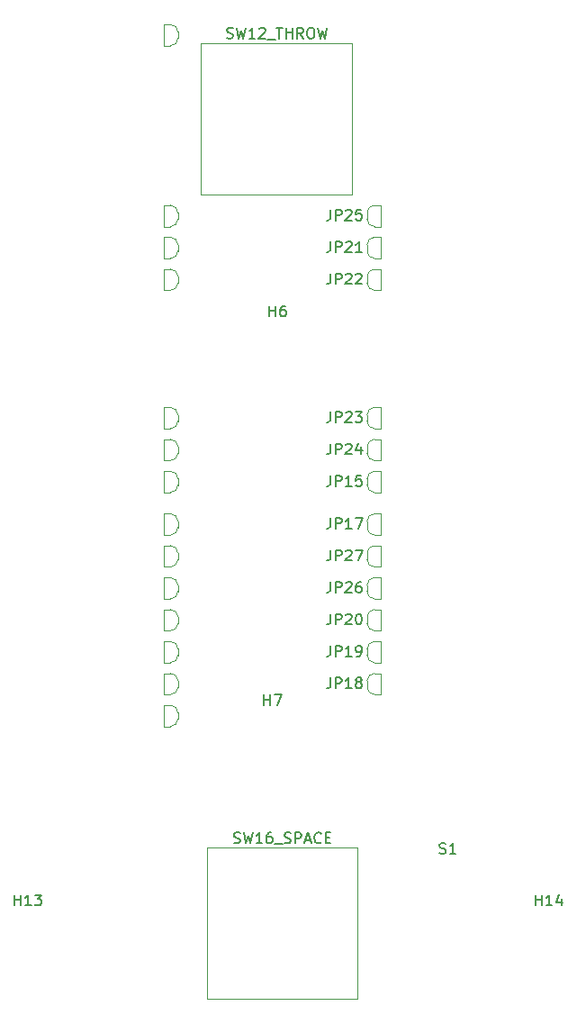
<source format=gbr>
%TF.GenerationSoftware,KiCad,Pcbnew,8.0.4*%
%TF.CreationDate,2024-07-29T14:44:41-07:00*%
%TF.ProjectId,3board_c,33626f61-7264-45f6-932e-6b696361645f,rev?*%
%TF.SameCoordinates,Original*%
%TF.FileFunction,Legend,Top*%
%TF.FilePolarity,Positive*%
%FSLAX46Y46*%
G04 Gerber Fmt 4.6, Leading zero omitted, Abs format (unit mm)*
G04 Created by KiCad (PCBNEW 8.0.4) date 2024-07-29 14:44:41*
%MOMM*%
%LPD*%
G01*
G04 APERTURE LIST*
G04 Aperture macros list*
%AMFreePoly0*
4,1,19,0.500000,-0.750000,0.000000,-0.750000,0.000000,-0.744911,-0.071157,-0.744911,-0.207708,-0.704816,-0.327430,-0.627875,-0.420627,-0.520320,-0.479746,-0.390866,-0.500000,-0.250000,-0.500000,0.250000,-0.479746,0.390866,-0.420627,0.520320,-0.327430,0.627875,-0.207708,0.704816,-0.071157,0.744911,0.000000,0.744911,0.000000,0.750000,0.500000,0.750000,0.500000,-0.750000,0.500000,-0.750000,
$1*%
%AMFreePoly1*
4,1,19,0.000000,0.744911,0.071157,0.744911,0.207708,0.704816,0.327430,0.627875,0.420627,0.520320,0.479746,0.390866,0.500000,0.250000,0.500000,-0.250000,0.479746,-0.390866,0.420627,-0.520320,0.327430,-0.627875,0.207708,-0.704816,0.071157,-0.744911,0.000000,-0.744911,0.000000,-0.750000,-0.500000,-0.750000,-0.500000,0.750000,0.000000,0.750000,0.000000,0.744911,0.000000,0.744911,
$1*%
G04 Aperture macros list end*
%ADD10C,0.150000*%
%ADD11C,0.120000*%
%ADD12C,0.100000*%
%ADD13C,3.200000*%
%ADD14FreePoly0,0.000000*%
%ADD15FreePoly1,0.000000*%
%ADD16C,3.048000*%
%ADD17C,3.987800*%
%ADD18C,1.750000*%
%ADD19C,3.050000*%
%ADD20C,4.000000*%
G04 APERTURE END LIST*
D10*
X172261905Y-103829819D02*
X172261905Y-102829819D01*
X172261905Y-103306009D02*
X172833333Y-103306009D01*
X172833333Y-103829819D02*
X172833333Y-102829819D01*
X173833333Y-103829819D02*
X173261905Y-103829819D01*
X173547619Y-103829819D02*
X173547619Y-102829819D01*
X173547619Y-102829819D02*
X173452381Y-102972676D01*
X173452381Y-102972676D02*
X173357143Y-103067914D01*
X173357143Y-103067914D02*
X173261905Y-103115533D01*
X174690476Y-103163152D02*
X174690476Y-103829819D01*
X174452381Y-102782200D02*
X174214286Y-103496485D01*
X174214286Y-103496485D02*
X174833333Y-103496485D01*
X123261905Y-103829819D02*
X123261905Y-102829819D01*
X123261905Y-103306009D02*
X123833333Y-103306009D01*
X123833333Y-103829819D02*
X123833333Y-102829819D01*
X124833333Y-103829819D02*
X124261905Y-103829819D01*
X124547619Y-103829819D02*
X124547619Y-102829819D01*
X124547619Y-102829819D02*
X124452381Y-102972676D01*
X124452381Y-102972676D02*
X124357143Y-103067914D01*
X124357143Y-103067914D02*
X124261905Y-103115533D01*
X125166667Y-102829819D02*
X125785714Y-102829819D01*
X125785714Y-102829819D02*
X125452381Y-103210771D01*
X125452381Y-103210771D02*
X125595238Y-103210771D01*
X125595238Y-103210771D02*
X125690476Y-103258390D01*
X125690476Y-103258390D02*
X125738095Y-103306009D01*
X125738095Y-103306009D02*
X125785714Y-103401247D01*
X125785714Y-103401247D02*
X125785714Y-103639342D01*
X125785714Y-103639342D02*
X125738095Y-103734580D01*
X125738095Y-103734580D02*
X125690476Y-103782200D01*
X125690476Y-103782200D02*
X125595238Y-103829819D01*
X125595238Y-103829819D02*
X125309524Y-103829819D01*
X125309524Y-103829819D02*
X125214286Y-103782200D01*
X125214286Y-103782200D02*
X125166667Y-103734580D01*
X152980476Y-73399819D02*
X152980476Y-74114104D01*
X152980476Y-74114104D02*
X152932857Y-74256961D01*
X152932857Y-74256961D02*
X152837619Y-74352200D01*
X152837619Y-74352200D02*
X152694762Y-74399819D01*
X152694762Y-74399819D02*
X152599524Y-74399819D01*
X153456667Y-74399819D02*
X153456667Y-73399819D01*
X153456667Y-73399819D02*
X153837619Y-73399819D01*
X153837619Y-73399819D02*
X153932857Y-73447438D01*
X153932857Y-73447438D02*
X153980476Y-73495057D01*
X153980476Y-73495057D02*
X154028095Y-73590295D01*
X154028095Y-73590295D02*
X154028095Y-73733152D01*
X154028095Y-73733152D02*
X153980476Y-73828390D01*
X153980476Y-73828390D02*
X153932857Y-73876009D01*
X153932857Y-73876009D02*
X153837619Y-73923628D01*
X153837619Y-73923628D02*
X153456667Y-73923628D01*
X154409048Y-73495057D02*
X154456667Y-73447438D01*
X154456667Y-73447438D02*
X154551905Y-73399819D01*
X154551905Y-73399819D02*
X154790000Y-73399819D01*
X154790000Y-73399819D02*
X154885238Y-73447438D01*
X154885238Y-73447438D02*
X154932857Y-73495057D01*
X154932857Y-73495057D02*
X154980476Y-73590295D01*
X154980476Y-73590295D02*
X154980476Y-73685533D01*
X154980476Y-73685533D02*
X154932857Y-73828390D01*
X154932857Y-73828390D02*
X154361429Y-74399819D01*
X154361429Y-74399819D02*
X154980476Y-74399819D01*
X155837619Y-73399819D02*
X155647143Y-73399819D01*
X155647143Y-73399819D02*
X155551905Y-73447438D01*
X155551905Y-73447438D02*
X155504286Y-73495057D01*
X155504286Y-73495057D02*
X155409048Y-73637914D01*
X155409048Y-73637914D02*
X155361429Y-73828390D01*
X155361429Y-73828390D02*
X155361429Y-74209342D01*
X155361429Y-74209342D02*
X155409048Y-74304580D01*
X155409048Y-74304580D02*
X155456667Y-74352200D01*
X155456667Y-74352200D02*
X155551905Y-74399819D01*
X155551905Y-74399819D02*
X155742381Y-74399819D01*
X155742381Y-74399819D02*
X155837619Y-74352200D01*
X155837619Y-74352200D02*
X155885238Y-74304580D01*
X155885238Y-74304580D02*
X155932857Y-74209342D01*
X155932857Y-74209342D02*
X155932857Y-73971247D01*
X155932857Y-73971247D02*
X155885238Y-73876009D01*
X155885238Y-73876009D02*
X155837619Y-73828390D01*
X155837619Y-73828390D02*
X155742381Y-73780771D01*
X155742381Y-73780771D02*
X155551905Y-73780771D01*
X155551905Y-73780771D02*
X155456667Y-73828390D01*
X155456667Y-73828390D02*
X155409048Y-73876009D01*
X155409048Y-73876009D02*
X155361429Y-73971247D01*
X147238095Y-48454819D02*
X147238095Y-47454819D01*
X147238095Y-47931009D02*
X147809523Y-47931009D01*
X147809523Y-48454819D02*
X147809523Y-47454819D01*
X148714285Y-47454819D02*
X148523809Y-47454819D01*
X148523809Y-47454819D02*
X148428571Y-47502438D01*
X148428571Y-47502438D02*
X148380952Y-47550057D01*
X148380952Y-47550057D02*
X148285714Y-47692914D01*
X148285714Y-47692914D02*
X148238095Y-47883390D01*
X148238095Y-47883390D02*
X148238095Y-48264342D01*
X148238095Y-48264342D02*
X148285714Y-48359580D01*
X148285714Y-48359580D02*
X148333333Y-48407200D01*
X148333333Y-48407200D02*
X148428571Y-48454819D01*
X148428571Y-48454819D02*
X148619047Y-48454819D01*
X148619047Y-48454819D02*
X148714285Y-48407200D01*
X148714285Y-48407200D02*
X148761904Y-48359580D01*
X148761904Y-48359580D02*
X148809523Y-48264342D01*
X148809523Y-48264342D02*
X148809523Y-48026247D01*
X148809523Y-48026247D02*
X148761904Y-47931009D01*
X148761904Y-47931009D02*
X148714285Y-47883390D01*
X148714285Y-47883390D02*
X148619047Y-47835771D01*
X148619047Y-47835771D02*
X148428571Y-47835771D01*
X148428571Y-47835771D02*
X148333333Y-47883390D01*
X148333333Y-47883390D02*
X148285714Y-47931009D01*
X148285714Y-47931009D02*
X148238095Y-48026247D01*
X152980476Y-82399819D02*
X152980476Y-83114104D01*
X152980476Y-83114104D02*
X152932857Y-83256961D01*
X152932857Y-83256961D02*
X152837619Y-83352200D01*
X152837619Y-83352200D02*
X152694762Y-83399819D01*
X152694762Y-83399819D02*
X152599524Y-83399819D01*
X153456667Y-83399819D02*
X153456667Y-82399819D01*
X153456667Y-82399819D02*
X153837619Y-82399819D01*
X153837619Y-82399819D02*
X153932857Y-82447438D01*
X153932857Y-82447438D02*
X153980476Y-82495057D01*
X153980476Y-82495057D02*
X154028095Y-82590295D01*
X154028095Y-82590295D02*
X154028095Y-82733152D01*
X154028095Y-82733152D02*
X153980476Y-82828390D01*
X153980476Y-82828390D02*
X153932857Y-82876009D01*
X153932857Y-82876009D02*
X153837619Y-82923628D01*
X153837619Y-82923628D02*
X153456667Y-82923628D01*
X154980476Y-83399819D02*
X154409048Y-83399819D01*
X154694762Y-83399819D02*
X154694762Y-82399819D01*
X154694762Y-82399819D02*
X154599524Y-82542676D01*
X154599524Y-82542676D02*
X154504286Y-82637914D01*
X154504286Y-82637914D02*
X154409048Y-82685533D01*
X155551905Y-82828390D02*
X155456667Y-82780771D01*
X155456667Y-82780771D02*
X155409048Y-82733152D01*
X155409048Y-82733152D02*
X155361429Y-82637914D01*
X155361429Y-82637914D02*
X155361429Y-82590295D01*
X155361429Y-82590295D02*
X155409048Y-82495057D01*
X155409048Y-82495057D02*
X155456667Y-82447438D01*
X155456667Y-82447438D02*
X155551905Y-82399819D01*
X155551905Y-82399819D02*
X155742381Y-82399819D01*
X155742381Y-82399819D02*
X155837619Y-82447438D01*
X155837619Y-82447438D02*
X155885238Y-82495057D01*
X155885238Y-82495057D02*
X155932857Y-82590295D01*
X155932857Y-82590295D02*
X155932857Y-82637914D01*
X155932857Y-82637914D02*
X155885238Y-82733152D01*
X155885238Y-82733152D02*
X155837619Y-82780771D01*
X155837619Y-82780771D02*
X155742381Y-82828390D01*
X155742381Y-82828390D02*
X155551905Y-82828390D01*
X155551905Y-82828390D02*
X155456667Y-82876009D01*
X155456667Y-82876009D02*
X155409048Y-82923628D01*
X155409048Y-82923628D02*
X155361429Y-83018866D01*
X155361429Y-83018866D02*
X155361429Y-83209342D01*
X155361429Y-83209342D02*
X155409048Y-83304580D01*
X155409048Y-83304580D02*
X155456667Y-83352200D01*
X155456667Y-83352200D02*
X155551905Y-83399819D01*
X155551905Y-83399819D02*
X155742381Y-83399819D01*
X155742381Y-83399819D02*
X155837619Y-83352200D01*
X155837619Y-83352200D02*
X155885238Y-83304580D01*
X155885238Y-83304580D02*
X155932857Y-83209342D01*
X155932857Y-83209342D02*
X155932857Y-83018866D01*
X155932857Y-83018866D02*
X155885238Y-82923628D01*
X155885238Y-82923628D02*
X155837619Y-82876009D01*
X155837619Y-82876009D02*
X155742381Y-82828390D01*
X152980476Y-44399819D02*
X152980476Y-45114104D01*
X152980476Y-45114104D02*
X152932857Y-45256961D01*
X152932857Y-45256961D02*
X152837619Y-45352200D01*
X152837619Y-45352200D02*
X152694762Y-45399819D01*
X152694762Y-45399819D02*
X152599524Y-45399819D01*
X153456667Y-45399819D02*
X153456667Y-44399819D01*
X153456667Y-44399819D02*
X153837619Y-44399819D01*
X153837619Y-44399819D02*
X153932857Y-44447438D01*
X153932857Y-44447438D02*
X153980476Y-44495057D01*
X153980476Y-44495057D02*
X154028095Y-44590295D01*
X154028095Y-44590295D02*
X154028095Y-44733152D01*
X154028095Y-44733152D02*
X153980476Y-44828390D01*
X153980476Y-44828390D02*
X153932857Y-44876009D01*
X153932857Y-44876009D02*
X153837619Y-44923628D01*
X153837619Y-44923628D02*
X153456667Y-44923628D01*
X154409048Y-44495057D02*
X154456667Y-44447438D01*
X154456667Y-44447438D02*
X154551905Y-44399819D01*
X154551905Y-44399819D02*
X154790000Y-44399819D01*
X154790000Y-44399819D02*
X154885238Y-44447438D01*
X154885238Y-44447438D02*
X154932857Y-44495057D01*
X154932857Y-44495057D02*
X154980476Y-44590295D01*
X154980476Y-44590295D02*
X154980476Y-44685533D01*
X154980476Y-44685533D02*
X154932857Y-44828390D01*
X154932857Y-44828390D02*
X154361429Y-45399819D01*
X154361429Y-45399819D02*
X154980476Y-45399819D01*
X155361429Y-44495057D02*
X155409048Y-44447438D01*
X155409048Y-44447438D02*
X155504286Y-44399819D01*
X155504286Y-44399819D02*
X155742381Y-44399819D01*
X155742381Y-44399819D02*
X155837619Y-44447438D01*
X155837619Y-44447438D02*
X155885238Y-44495057D01*
X155885238Y-44495057D02*
X155932857Y-44590295D01*
X155932857Y-44590295D02*
X155932857Y-44685533D01*
X155932857Y-44685533D02*
X155885238Y-44828390D01*
X155885238Y-44828390D02*
X155313810Y-45399819D01*
X155313810Y-45399819D02*
X155932857Y-45399819D01*
X152980476Y-38399819D02*
X152980476Y-39114104D01*
X152980476Y-39114104D02*
X152932857Y-39256961D01*
X152932857Y-39256961D02*
X152837619Y-39352200D01*
X152837619Y-39352200D02*
X152694762Y-39399819D01*
X152694762Y-39399819D02*
X152599524Y-39399819D01*
X153456667Y-39399819D02*
X153456667Y-38399819D01*
X153456667Y-38399819D02*
X153837619Y-38399819D01*
X153837619Y-38399819D02*
X153932857Y-38447438D01*
X153932857Y-38447438D02*
X153980476Y-38495057D01*
X153980476Y-38495057D02*
X154028095Y-38590295D01*
X154028095Y-38590295D02*
X154028095Y-38733152D01*
X154028095Y-38733152D02*
X153980476Y-38828390D01*
X153980476Y-38828390D02*
X153932857Y-38876009D01*
X153932857Y-38876009D02*
X153837619Y-38923628D01*
X153837619Y-38923628D02*
X153456667Y-38923628D01*
X154409048Y-38495057D02*
X154456667Y-38447438D01*
X154456667Y-38447438D02*
X154551905Y-38399819D01*
X154551905Y-38399819D02*
X154790000Y-38399819D01*
X154790000Y-38399819D02*
X154885238Y-38447438D01*
X154885238Y-38447438D02*
X154932857Y-38495057D01*
X154932857Y-38495057D02*
X154980476Y-38590295D01*
X154980476Y-38590295D02*
X154980476Y-38685533D01*
X154980476Y-38685533D02*
X154932857Y-38828390D01*
X154932857Y-38828390D02*
X154361429Y-39399819D01*
X154361429Y-39399819D02*
X154980476Y-39399819D01*
X155885238Y-38399819D02*
X155409048Y-38399819D01*
X155409048Y-38399819D02*
X155361429Y-38876009D01*
X155361429Y-38876009D02*
X155409048Y-38828390D01*
X155409048Y-38828390D02*
X155504286Y-38780771D01*
X155504286Y-38780771D02*
X155742381Y-38780771D01*
X155742381Y-38780771D02*
X155837619Y-38828390D01*
X155837619Y-38828390D02*
X155885238Y-38876009D01*
X155885238Y-38876009D02*
X155932857Y-38971247D01*
X155932857Y-38971247D02*
X155932857Y-39209342D01*
X155932857Y-39209342D02*
X155885238Y-39304580D01*
X155885238Y-39304580D02*
X155837619Y-39352200D01*
X155837619Y-39352200D02*
X155742381Y-39399819D01*
X155742381Y-39399819D02*
X155504286Y-39399819D01*
X155504286Y-39399819D02*
X155409048Y-39352200D01*
X155409048Y-39352200D02*
X155361429Y-39304580D01*
X163238095Y-98907200D02*
X163380952Y-98954819D01*
X163380952Y-98954819D02*
X163619047Y-98954819D01*
X163619047Y-98954819D02*
X163714285Y-98907200D01*
X163714285Y-98907200D02*
X163761904Y-98859580D01*
X163761904Y-98859580D02*
X163809523Y-98764342D01*
X163809523Y-98764342D02*
X163809523Y-98669104D01*
X163809523Y-98669104D02*
X163761904Y-98573866D01*
X163761904Y-98573866D02*
X163714285Y-98526247D01*
X163714285Y-98526247D02*
X163619047Y-98478628D01*
X163619047Y-98478628D02*
X163428571Y-98431009D01*
X163428571Y-98431009D02*
X163333333Y-98383390D01*
X163333333Y-98383390D02*
X163285714Y-98335771D01*
X163285714Y-98335771D02*
X163238095Y-98240533D01*
X163238095Y-98240533D02*
X163238095Y-98145295D01*
X163238095Y-98145295D02*
X163285714Y-98050057D01*
X163285714Y-98050057D02*
X163333333Y-98002438D01*
X163333333Y-98002438D02*
X163428571Y-97954819D01*
X163428571Y-97954819D02*
X163666666Y-97954819D01*
X163666666Y-97954819D02*
X163809523Y-98002438D01*
X164761904Y-98954819D02*
X164190476Y-98954819D01*
X164476190Y-98954819D02*
X164476190Y-97954819D01*
X164476190Y-97954819D02*
X164380952Y-98097676D01*
X164380952Y-98097676D02*
X164285714Y-98192914D01*
X164285714Y-98192914D02*
X164190476Y-98240533D01*
X146738095Y-85004819D02*
X146738095Y-84004819D01*
X146738095Y-84481009D02*
X147309523Y-84481009D01*
X147309523Y-85004819D02*
X147309523Y-84004819D01*
X147690476Y-84004819D02*
X148357142Y-84004819D01*
X148357142Y-84004819D02*
X147928571Y-85004819D01*
X152980476Y-41399819D02*
X152980476Y-42114104D01*
X152980476Y-42114104D02*
X152932857Y-42256961D01*
X152932857Y-42256961D02*
X152837619Y-42352200D01*
X152837619Y-42352200D02*
X152694762Y-42399819D01*
X152694762Y-42399819D02*
X152599524Y-42399819D01*
X153456667Y-42399819D02*
X153456667Y-41399819D01*
X153456667Y-41399819D02*
X153837619Y-41399819D01*
X153837619Y-41399819D02*
X153932857Y-41447438D01*
X153932857Y-41447438D02*
X153980476Y-41495057D01*
X153980476Y-41495057D02*
X154028095Y-41590295D01*
X154028095Y-41590295D02*
X154028095Y-41733152D01*
X154028095Y-41733152D02*
X153980476Y-41828390D01*
X153980476Y-41828390D02*
X153932857Y-41876009D01*
X153932857Y-41876009D02*
X153837619Y-41923628D01*
X153837619Y-41923628D02*
X153456667Y-41923628D01*
X154409048Y-41495057D02*
X154456667Y-41447438D01*
X154456667Y-41447438D02*
X154551905Y-41399819D01*
X154551905Y-41399819D02*
X154790000Y-41399819D01*
X154790000Y-41399819D02*
X154885238Y-41447438D01*
X154885238Y-41447438D02*
X154932857Y-41495057D01*
X154932857Y-41495057D02*
X154980476Y-41590295D01*
X154980476Y-41590295D02*
X154980476Y-41685533D01*
X154980476Y-41685533D02*
X154932857Y-41828390D01*
X154932857Y-41828390D02*
X154361429Y-42399819D01*
X154361429Y-42399819D02*
X154980476Y-42399819D01*
X155932857Y-42399819D02*
X155361429Y-42399819D01*
X155647143Y-42399819D02*
X155647143Y-41399819D01*
X155647143Y-41399819D02*
X155551905Y-41542676D01*
X155551905Y-41542676D02*
X155456667Y-41637914D01*
X155456667Y-41637914D02*
X155361429Y-41685533D01*
X143225430Y-22261324D02*
X143368287Y-22308943D01*
X143368287Y-22308943D02*
X143606382Y-22308943D01*
X143606382Y-22308943D02*
X143701620Y-22261324D01*
X143701620Y-22261324D02*
X143749239Y-22213704D01*
X143749239Y-22213704D02*
X143796858Y-22118466D01*
X143796858Y-22118466D02*
X143796858Y-22023228D01*
X143796858Y-22023228D02*
X143749239Y-21927990D01*
X143749239Y-21927990D02*
X143701620Y-21880371D01*
X143701620Y-21880371D02*
X143606382Y-21832752D01*
X143606382Y-21832752D02*
X143415906Y-21785133D01*
X143415906Y-21785133D02*
X143320668Y-21737514D01*
X143320668Y-21737514D02*
X143273049Y-21689895D01*
X143273049Y-21689895D02*
X143225430Y-21594657D01*
X143225430Y-21594657D02*
X143225430Y-21499419D01*
X143225430Y-21499419D02*
X143273049Y-21404181D01*
X143273049Y-21404181D02*
X143320668Y-21356562D01*
X143320668Y-21356562D02*
X143415906Y-21308943D01*
X143415906Y-21308943D02*
X143654001Y-21308943D01*
X143654001Y-21308943D02*
X143796858Y-21356562D01*
X144130192Y-21308943D02*
X144368287Y-22308943D01*
X144368287Y-22308943D02*
X144558763Y-21594657D01*
X144558763Y-21594657D02*
X144749239Y-22308943D01*
X144749239Y-22308943D02*
X144987335Y-21308943D01*
X145892096Y-22308943D02*
X145320668Y-22308943D01*
X145606382Y-22308943D02*
X145606382Y-21308943D01*
X145606382Y-21308943D02*
X145511144Y-21451800D01*
X145511144Y-21451800D02*
X145415906Y-21547038D01*
X145415906Y-21547038D02*
X145320668Y-21594657D01*
X146273049Y-21404181D02*
X146320668Y-21356562D01*
X146320668Y-21356562D02*
X146415906Y-21308943D01*
X146415906Y-21308943D02*
X146654001Y-21308943D01*
X146654001Y-21308943D02*
X146749239Y-21356562D01*
X146749239Y-21356562D02*
X146796858Y-21404181D01*
X146796858Y-21404181D02*
X146844477Y-21499419D01*
X146844477Y-21499419D02*
X146844477Y-21594657D01*
X146844477Y-21594657D02*
X146796858Y-21737514D01*
X146796858Y-21737514D02*
X146225430Y-22308943D01*
X146225430Y-22308943D02*
X146844477Y-22308943D01*
X147034954Y-22404181D02*
X147796858Y-22404181D01*
X147892097Y-21308943D02*
X148463525Y-21308943D01*
X148177811Y-22308943D02*
X148177811Y-21308943D01*
X148796859Y-22308943D02*
X148796859Y-21308943D01*
X148796859Y-21785133D02*
X149368287Y-21785133D01*
X149368287Y-22308943D02*
X149368287Y-21308943D01*
X150415906Y-22308943D02*
X150082573Y-21832752D01*
X149844478Y-22308943D02*
X149844478Y-21308943D01*
X149844478Y-21308943D02*
X150225430Y-21308943D01*
X150225430Y-21308943D02*
X150320668Y-21356562D01*
X150320668Y-21356562D02*
X150368287Y-21404181D01*
X150368287Y-21404181D02*
X150415906Y-21499419D01*
X150415906Y-21499419D02*
X150415906Y-21642276D01*
X150415906Y-21642276D02*
X150368287Y-21737514D01*
X150368287Y-21737514D02*
X150320668Y-21785133D01*
X150320668Y-21785133D02*
X150225430Y-21832752D01*
X150225430Y-21832752D02*
X149844478Y-21832752D01*
X151034954Y-21308943D02*
X151225430Y-21308943D01*
X151225430Y-21308943D02*
X151320668Y-21356562D01*
X151320668Y-21356562D02*
X151415906Y-21451800D01*
X151415906Y-21451800D02*
X151463525Y-21642276D01*
X151463525Y-21642276D02*
X151463525Y-21975609D01*
X151463525Y-21975609D02*
X151415906Y-22166085D01*
X151415906Y-22166085D02*
X151320668Y-22261324D01*
X151320668Y-22261324D02*
X151225430Y-22308943D01*
X151225430Y-22308943D02*
X151034954Y-22308943D01*
X151034954Y-22308943D02*
X150939716Y-22261324D01*
X150939716Y-22261324D02*
X150844478Y-22166085D01*
X150844478Y-22166085D02*
X150796859Y-21975609D01*
X150796859Y-21975609D02*
X150796859Y-21642276D01*
X150796859Y-21642276D02*
X150844478Y-21451800D01*
X150844478Y-21451800D02*
X150939716Y-21356562D01*
X150939716Y-21356562D02*
X151034954Y-21308943D01*
X151796859Y-21308943D02*
X152034954Y-22308943D01*
X152034954Y-22308943D02*
X152225430Y-21594657D01*
X152225430Y-21594657D02*
X152415906Y-22308943D01*
X152415906Y-22308943D02*
X152654002Y-21308943D01*
X152980476Y-76399819D02*
X152980476Y-77114104D01*
X152980476Y-77114104D02*
X152932857Y-77256961D01*
X152932857Y-77256961D02*
X152837619Y-77352200D01*
X152837619Y-77352200D02*
X152694762Y-77399819D01*
X152694762Y-77399819D02*
X152599524Y-77399819D01*
X153456667Y-77399819D02*
X153456667Y-76399819D01*
X153456667Y-76399819D02*
X153837619Y-76399819D01*
X153837619Y-76399819D02*
X153932857Y-76447438D01*
X153932857Y-76447438D02*
X153980476Y-76495057D01*
X153980476Y-76495057D02*
X154028095Y-76590295D01*
X154028095Y-76590295D02*
X154028095Y-76733152D01*
X154028095Y-76733152D02*
X153980476Y-76828390D01*
X153980476Y-76828390D02*
X153932857Y-76876009D01*
X153932857Y-76876009D02*
X153837619Y-76923628D01*
X153837619Y-76923628D02*
X153456667Y-76923628D01*
X154409048Y-76495057D02*
X154456667Y-76447438D01*
X154456667Y-76447438D02*
X154551905Y-76399819D01*
X154551905Y-76399819D02*
X154790000Y-76399819D01*
X154790000Y-76399819D02*
X154885238Y-76447438D01*
X154885238Y-76447438D02*
X154932857Y-76495057D01*
X154932857Y-76495057D02*
X154980476Y-76590295D01*
X154980476Y-76590295D02*
X154980476Y-76685533D01*
X154980476Y-76685533D02*
X154932857Y-76828390D01*
X154932857Y-76828390D02*
X154361429Y-77399819D01*
X154361429Y-77399819D02*
X154980476Y-77399819D01*
X155599524Y-76399819D02*
X155694762Y-76399819D01*
X155694762Y-76399819D02*
X155790000Y-76447438D01*
X155790000Y-76447438D02*
X155837619Y-76495057D01*
X155837619Y-76495057D02*
X155885238Y-76590295D01*
X155885238Y-76590295D02*
X155932857Y-76780771D01*
X155932857Y-76780771D02*
X155932857Y-77018866D01*
X155932857Y-77018866D02*
X155885238Y-77209342D01*
X155885238Y-77209342D02*
X155837619Y-77304580D01*
X155837619Y-77304580D02*
X155790000Y-77352200D01*
X155790000Y-77352200D02*
X155694762Y-77399819D01*
X155694762Y-77399819D02*
X155599524Y-77399819D01*
X155599524Y-77399819D02*
X155504286Y-77352200D01*
X155504286Y-77352200D02*
X155456667Y-77304580D01*
X155456667Y-77304580D02*
X155409048Y-77209342D01*
X155409048Y-77209342D02*
X155361429Y-77018866D01*
X155361429Y-77018866D02*
X155361429Y-76780771D01*
X155361429Y-76780771D02*
X155409048Y-76590295D01*
X155409048Y-76590295D02*
X155456667Y-76495057D01*
X155456667Y-76495057D02*
X155504286Y-76447438D01*
X155504286Y-76447438D02*
X155599524Y-76399819D01*
X152980476Y-79399819D02*
X152980476Y-80114104D01*
X152980476Y-80114104D02*
X152932857Y-80256961D01*
X152932857Y-80256961D02*
X152837619Y-80352200D01*
X152837619Y-80352200D02*
X152694762Y-80399819D01*
X152694762Y-80399819D02*
X152599524Y-80399819D01*
X153456667Y-80399819D02*
X153456667Y-79399819D01*
X153456667Y-79399819D02*
X153837619Y-79399819D01*
X153837619Y-79399819D02*
X153932857Y-79447438D01*
X153932857Y-79447438D02*
X153980476Y-79495057D01*
X153980476Y-79495057D02*
X154028095Y-79590295D01*
X154028095Y-79590295D02*
X154028095Y-79733152D01*
X154028095Y-79733152D02*
X153980476Y-79828390D01*
X153980476Y-79828390D02*
X153932857Y-79876009D01*
X153932857Y-79876009D02*
X153837619Y-79923628D01*
X153837619Y-79923628D02*
X153456667Y-79923628D01*
X154980476Y-80399819D02*
X154409048Y-80399819D01*
X154694762Y-80399819D02*
X154694762Y-79399819D01*
X154694762Y-79399819D02*
X154599524Y-79542676D01*
X154599524Y-79542676D02*
X154504286Y-79637914D01*
X154504286Y-79637914D02*
X154409048Y-79685533D01*
X155456667Y-80399819D02*
X155647143Y-80399819D01*
X155647143Y-80399819D02*
X155742381Y-80352200D01*
X155742381Y-80352200D02*
X155790000Y-80304580D01*
X155790000Y-80304580D02*
X155885238Y-80161723D01*
X155885238Y-80161723D02*
X155932857Y-79971247D01*
X155932857Y-79971247D02*
X155932857Y-79590295D01*
X155932857Y-79590295D02*
X155885238Y-79495057D01*
X155885238Y-79495057D02*
X155837619Y-79447438D01*
X155837619Y-79447438D02*
X155742381Y-79399819D01*
X155742381Y-79399819D02*
X155551905Y-79399819D01*
X155551905Y-79399819D02*
X155456667Y-79447438D01*
X155456667Y-79447438D02*
X155409048Y-79495057D01*
X155409048Y-79495057D02*
X155361429Y-79590295D01*
X155361429Y-79590295D02*
X155361429Y-79828390D01*
X155361429Y-79828390D02*
X155409048Y-79923628D01*
X155409048Y-79923628D02*
X155456667Y-79971247D01*
X155456667Y-79971247D02*
X155551905Y-80018866D01*
X155551905Y-80018866D02*
X155742381Y-80018866D01*
X155742381Y-80018866D02*
X155837619Y-79971247D01*
X155837619Y-79971247D02*
X155885238Y-79923628D01*
X155885238Y-79923628D02*
X155932857Y-79828390D01*
X152980476Y-57399819D02*
X152980476Y-58114104D01*
X152980476Y-58114104D02*
X152932857Y-58256961D01*
X152932857Y-58256961D02*
X152837619Y-58352200D01*
X152837619Y-58352200D02*
X152694762Y-58399819D01*
X152694762Y-58399819D02*
X152599524Y-58399819D01*
X153456667Y-58399819D02*
X153456667Y-57399819D01*
X153456667Y-57399819D02*
X153837619Y-57399819D01*
X153837619Y-57399819D02*
X153932857Y-57447438D01*
X153932857Y-57447438D02*
X153980476Y-57495057D01*
X153980476Y-57495057D02*
X154028095Y-57590295D01*
X154028095Y-57590295D02*
X154028095Y-57733152D01*
X154028095Y-57733152D02*
X153980476Y-57828390D01*
X153980476Y-57828390D02*
X153932857Y-57876009D01*
X153932857Y-57876009D02*
X153837619Y-57923628D01*
X153837619Y-57923628D02*
X153456667Y-57923628D01*
X154409048Y-57495057D02*
X154456667Y-57447438D01*
X154456667Y-57447438D02*
X154551905Y-57399819D01*
X154551905Y-57399819D02*
X154790000Y-57399819D01*
X154790000Y-57399819D02*
X154885238Y-57447438D01*
X154885238Y-57447438D02*
X154932857Y-57495057D01*
X154932857Y-57495057D02*
X154980476Y-57590295D01*
X154980476Y-57590295D02*
X154980476Y-57685533D01*
X154980476Y-57685533D02*
X154932857Y-57828390D01*
X154932857Y-57828390D02*
X154361429Y-58399819D01*
X154361429Y-58399819D02*
X154980476Y-58399819D01*
X155313810Y-57399819D02*
X155932857Y-57399819D01*
X155932857Y-57399819D02*
X155599524Y-57780771D01*
X155599524Y-57780771D02*
X155742381Y-57780771D01*
X155742381Y-57780771D02*
X155837619Y-57828390D01*
X155837619Y-57828390D02*
X155885238Y-57876009D01*
X155885238Y-57876009D02*
X155932857Y-57971247D01*
X155932857Y-57971247D02*
X155932857Y-58209342D01*
X155932857Y-58209342D02*
X155885238Y-58304580D01*
X155885238Y-58304580D02*
X155837619Y-58352200D01*
X155837619Y-58352200D02*
X155742381Y-58399819D01*
X155742381Y-58399819D02*
X155456667Y-58399819D01*
X155456667Y-58399819D02*
X155361429Y-58352200D01*
X155361429Y-58352200D02*
X155313810Y-58304580D01*
X152980476Y-70399819D02*
X152980476Y-71114104D01*
X152980476Y-71114104D02*
X152932857Y-71256961D01*
X152932857Y-71256961D02*
X152837619Y-71352200D01*
X152837619Y-71352200D02*
X152694762Y-71399819D01*
X152694762Y-71399819D02*
X152599524Y-71399819D01*
X153456667Y-71399819D02*
X153456667Y-70399819D01*
X153456667Y-70399819D02*
X153837619Y-70399819D01*
X153837619Y-70399819D02*
X153932857Y-70447438D01*
X153932857Y-70447438D02*
X153980476Y-70495057D01*
X153980476Y-70495057D02*
X154028095Y-70590295D01*
X154028095Y-70590295D02*
X154028095Y-70733152D01*
X154028095Y-70733152D02*
X153980476Y-70828390D01*
X153980476Y-70828390D02*
X153932857Y-70876009D01*
X153932857Y-70876009D02*
X153837619Y-70923628D01*
X153837619Y-70923628D02*
X153456667Y-70923628D01*
X154409048Y-70495057D02*
X154456667Y-70447438D01*
X154456667Y-70447438D02*
X154551905Y-70399819D01*
X154551905Y-70399819D02*
X154790000Y-70399819D01*
X154790000Y-70399819D02*
X154885238Y-70447438D01*
X154885238Y-70447438D02*
X154932857Y-70495057D01*
X154932857Y-70495057D02*
X154980476Y-70590295D01*
X154980476Y-70590295D02*
X154980476Y-70685533D01*
X154980476Y-70685533D02*
X154932857Y-70828390D01*
X154932857Y-70828390D02*
X154361429Y-71399819D01*
X154361429Y-71399819D02*
X154980476Y-71399819D01*
X155313810Y-70399819D02*
X155980476Y-70399819D01*
X155980476Y-70399819D02*
X155551905Y-71399819D01*
X152980476Y-67399819D02*
X152980476Y-68114104D01*
X152980476Y-68114104D02*
X152932857Y-68256961D01*
X152932857Y-68256961D02*
X152837619Y-68352200D01*
X152837619Y-68352200D02*
X152694762Y-68399819D01*
X152694762Y-68399819D02*
X152599524Y-68399819D01*
X153456667Y-68399819D02*
X153456667Y-67399819D01*
X153456667Y-67399819D02*
X153837619Y-67399819D01*
X153837619Y-67399819D02*
X153932857Y-67447438D01*
X153932857Y-67447438D02*
X153980476Y-67495057D01*
X153980476Y-67495057D02*
X154028095Y-67590295D01*
X154028095Y-67590295D02*
X154028095Y-67733152D01*
X154028095Y-67733152D02*
X153980476Y-67828390D01*
X153980476Y-67828390D02*
X153932857Y-67876009D01*
X153932857Y-67876009D02*
X153837619Y-67923628D01*
X153837619Y-67923628D02*
X153456667Y-67923628D01*
X154980476Y-68399819D02*
X154409048Y-68399819D01*
X154694762Y-68399819D02*
X154694762Y-67399819D01*
X154694762Y-67399819D02*
X154599524Y-67542676D01*
X154599524Y-67542676D02*
X154504286Y-67637914D01*
X154504286Y-67637914D02*
X154409048Y-67685533D01*
X155313810Y-67399819D02*
X155980476Y-67399819D01*
X155980476Y-67399819D02*
X155551905Y-68399819D01*
X152980476Y-63399819D02*
X152980476Y-64114104D01*
X152980476Y-64114104D02*
X152932857Y-64256961D01*
X152932857Y-64256961D02*
X152837619Y-64352200D01*
X152837619Y-64352200D02*
X152694762Y-64399819D01*
X152694762Y-64399819D02*
X152599524Y-64399819D01*
X153456667Y-64399819D02*
X153456667Y-63399819D01*
X153456667Y-63399819D02*
X153837619Y-63399819D01*
X153837619Y-63399819D02*
X153932857Y-63447438D01*
X153932857Y-63447438D02*
X153980476Y-63495057D01*
X153980476Y-63495057D02*
X154028095Y-63590295D01*
X154028095Y-63590295D02*
X154028095Y-63733152D01*
X154028095Y-63733152D02*
X153980476Y-63828390D01*
X153980476Y-63828390D02*
X153932857Y-63876009D01*
X153932857Y-63876009D02*
X153837619Y-63923628D01*
X153837619Y-63923628D02*
X153456667Y-63923628D01*
X154980476Y-64399819D02*
X154409048Y-64399819D01*
X154694762Y-64399819D02*
X154694762Y-63399819D01*
X154694762Y-63399819D02*
X154599524Y-63542676D01*
X154599524Y-63542676D02*
X154504286Y-63637914D01*
X154504286Y-63637914D02*
X154409048Y-63685533D01*
X155885238Y-63399819D02*
X155409048Y-63399819D01*
X155409048Y-63399819D02*
X155361429Y-63876009D01*
X155361429Y-63876009D02*
X155409048Y-63828390D01*
X155409048Y-63828390D02*
X155504286Y-63780771D01*
X155504286Y-63780771D02*
X155742381Y-63780771D01*
X155742381Y-63780771D02*
X155837619Y-63828390D01*
X155837619Y-63828390D02*
X155885238Y-63876009D01*
X155885238Y-63876009D02*
X155932857Y-63971247D01*
X155932857Y-63971247D02*
X155932857Y-64209342D01*
X155932857Y-64209342D02*
X155885238Y-64304580D01*
X155885238Y-64304580D02*
X155837619Y-64352200D01*
X155837619Y-64352200D02*
X155742381Y-64399819D01*
X155742381Y-64399819D02*
X155504286Y-64399819D01*
X155504286Y-64399819D02*
X155409048Y-64352200D01*
X155409048Y-64352200D02*
X155361429Y-64304580D01*
X152980476Y-60399819D02*
X152980476Y-61114104D01*
X152980476Y-61114104D02*
X152932857Y-61256961D01*
X152932857Y-61256961D02*
X152837619Y-61352200D01*
X152837619Y-61352200D02*
X152694762Y-61399819D01*
X152694762Y-61399819D02*
X152599524Y-61399819D01*
X153456667Y-61399819D02*
X153456667Y-60399819D01*
X153456667Y-60399819D02*
X153837619Y-60399819D01*
X153837619Y-60399819D02*
X153932857Y-60447438D01*
X153932857Y-60447438D02*
X153980476Y-60495057D01*
X153980476Y-60495057D02*
X154028095Y-60590295D01*
X154028095Y-60590295D02*
X154028095Y-60733152D01*
X154028095Y-60733152D02*
X153980476Y-60828390D01*
X153980476Y-60828390D02*
X153932857Y-60876009D01*
X153932857Y-60876009D02*
X153837619Y-60923628D01*
X153837619Y-60923628D02*
X153456667Y-60923628D01*
X154409048Y-60495057D02*
X154456667Y-60447438D01*
X154456667Y-60447438D02*
X154551905Y-60399819D01*
X154551905Y-60399819D02*
X154790000Y-60399819D01*
X154790000Y-60399819D02*
X154885238Y-60447438D01*
X154885238Y-60447438D02*
X154932857Y-60495057D01*
X154932857Y-60495057D02*
X154980476Y-60590295D01*
X154980476Y-60590295D02*
X154980476Y-60685533D01*
X154980476Y-60685533D02*
X154932857Y-60828390D01*
X154932857Y-60828390D02*
X154361429Y-61399819D01*
X154361429Y-61399819D02*
X154980476Y-61399819D01*
X155837619Y-60733152D02*
X155837619Y-61399819D01*
X155599524Y-60352200D02*
X155361429Y-61066485D01*
X155361429Y-61066485D02*
X155980476Y-61066485D01*
X143892381Y-97917200D02*
X144035238Y-97964819D01*
X144035238Y-97964819D02*
X144273333Y-97964819D01*
X144273333Y-97964819D02*
X144368571Y-97917200D01*
X144368571Y-97917200D02*
X144416190Y-97869580D01*
X144416190Y-97869580D02*
X144463809Y-97774342D01*
X144463809Y-97774342D02*
X144463809Y-97679104D01*
X144463809Y-97679104D02*
X144416190Y-97583866D01*
X144416190Y-97583866D02*
X144368571Y-97536247D01*
X144368571Y-97536247D02*
X144273333Y-97488628D01*
X144273333Y-97488628D02*
X144082857Y-97441009D01*
X144082857Y-97441009D02*
X143987619Y-97393390D01*
X143987619Y-97393390D02*
X143940000Y-97345771D01*
X143940000Y-97345771D02*
X143892381Y-97250533D01*
X143892381Y-97250533D02*
X143892381Y-97155295D01*
X143892381Y-97155295D02*
X143940000Y-97060057D01*
X143940000Y-97060057D02*
X143987619Y-97012438D01*
X143987619Y-97012438D02*
X144082857Y-96964819D01*
X144082857Y-96964819D02*
X144320952Y-96964819D01*
X144320952Y-96964819D02*
X144463809Y-97012438D01*
X144797143Y-96964819D02*
X145035238Y-97964819D01*
X145035238Y-97964819D02*
X145225714Y-97250533D01*
X145225714Y-97250533D02*
X145416190Y-97964819D01*
X145416190Y-97964819D02*
X145654286Y-96964819D01*
X146559047Y-97964819D02*
X145987619Y-97964819D01*
X146273333Y-97964819D02*
X146273333Y-96964819D01*
X146273333Y-96964819D02*
X146178095Y-97107676D01*
X146178095Y-97107676D02*
X146082857Y-97202914D01*
X146082857Y-97202914D02*
X145987619Y-97250533D01*
X147416190Y-96964819D02*
X147225714Y-96964819D01*
X147225714Y-96964819D02*
X147130476Y-97012438D01*
X147130476Y-97012438D02*
X147082857Y-97060057D01*
X147082857Y-97060057D02*
X146987619Y-97202914D01*
X146987619Y-97202914D02*
X146940000Y-97393390D01*
X146940000Y-97393390D02*
X146940000Y-97774342D01*
X146940000Y-97774342D02*
X146987619Y-97869580D01*
X146987619Y-97869580D02*
X147035238Y-97917200D01*
X147035238Y-97917200D02*
X147130476Y-97964819D01*
X147130476Y-97964819D02*
X147320952Y-97964819D01*
X147320952Y-97964819D02*
X147416190Y-97917200D01*
X147416190Y-97917200D02*
X147463809Y-97869580D01*
X147463809Y-97869580D02*
X147511428Y-97774342D01*
X147511428Y-97774342D02*
X147511428Y-97536247D01*
X147511428Y-97536247D02*
X147463809Y-97441009D01*
X147463809Y-97441009D02*
X147416190Y-97393390D01*
X147416190Y-97393390D02*
X147320952Y-97345771D01*
X147320952Y-97345771D02*
X147130476Y-97345771D01*
X147130476Y-97345771D02*
X147035238Y-97393390D01*
X147035238Y-97393390D02*
X146987619Y-97441009D01*
X146987619Y-97441009D02*
X146940000Y-97536247D01*
X147701905Y-98060057D02*
X148463809Y-98060057D01*
X148654286Y-97917200D02*
X148797143Y-97964819D01*
X148797143Y-97964819D02*
X149035238Y-97964819D01*
X149035238Y-97964819D02*
X149130476Y-97917200D01*
X149130476Y-97917200D02*
X149178095Y-97869580D01*
X149178095Y-97869580D02*
X149225714Y-97774342D01*
X149225714Y-97774342D02*
X149225714Y-97679104D01*
X149225714Y-97679104D02*
X149178095Y-97583866D01*
X149178095Y-97583866D02*
X149130476Y-97536247D01*
X149130476Y-97536247D02*
X149035238Y-97488628D01*
X149035238Y-97488628D02*
X148844762Y-97441009D01*
X148844762Y-97441009D02*
X148749524Y-97393390D01*
X148749524Y-97393390D02*
X148701905Y-97345771D01*
X148701905Y-97345771D02*
X148654286Y-97250533D01*
X148654286Y-97250533D02*
X148654286Y-97155295D01*
X148654286Y-97155295D02*
X148701905Y-97060057D01*
X148701905Y-97060057D02*
X148749524Y-97012438D01*
X148749524Y-97012438D02*
X148844762Y-96964819D01*
X148844762Y-96964819D02*
X149082857Y-96964819D01*
X149082857Y-96964819D02*
X149225714Y-97012438D01*
X149654286Y-97964819D02*
X149654286Y-96964819D01*
X149654286Y-96964819D02*
X150035238Y-96964819D01*
X150035238Y-96964819D02*
X150130476Y-97012438D01*
X150130476Y-97012438D02*
X150178095Y-97060057D01*
X150178095Y-97060057D02*
X150225714Y-97155295D01*
X150225714Y-97155295D02*
X150225714Y-97298152D01*
X150225714Y-97298152D02*
X150178095Y-97393390D01*
X150178095Y-97393390D02*
X150130476Y-97441009D01*
X150130476Y-97441009D02*
X150035238Y-97488628D01*
X150035238Y-97488628D02*
X149654286Y-97488628D01*
X150606667Y-97679104D02*
X151082857Y-97679104D01*
X150511429Y-97964819D02*
X150844762Y-96964819D01*
X150844762Y-96964819D02*
X151178095Y-97964819D01*
X152082857Y-97869580D02*
X152035238Y-97917200D01*
X152035238Y-97917200D02*
X151892381Y-97964819D01*
X151892381Y-97964819D02*
X151797143Y-97964819D01*
X151797143Y-97964819D02*
X151654286Y-97917200D01*
X151654286Y-97917200D02*
X151559048Y-97821961D01*
X151559048Y-97821961D02*
X151511429Y-97726723D01*
X151511429Y-97726723D02*
X151463810Y-97536247D01*
X151463810Y-97536247D02*
X151463810Y-97393390D01*
X151463810Y-97393390D02*
X151511429Y-97202914D01*
X151511429Y-97202914D02*
X151559048Y-97107676D01*
X151559048Y-97107676D02*
X151654286Y-97012438D01*
X151654286Y-97012438D02*
X151797143Y-96964819D01*
X151797143Y-96964819D02*
X151892381Y-96964819D01*
X151892381Y-96964819D02*
X152035238Y-97012438D01*
X152035238Y-97012438D02*
X152082857Y-97060057D01*
X152511429Y-97441009D02*
X152844762Y-97441009D01*
X152987619Y-97964819D02*
X152511429Y-97964819D01*
X152511429Y-97964819D02*
X152511429Y-96964819D01*
X152511429Y-96964819D02*
X152987619Y-96964819D01*
D11*
%TO.C,JP26*%
X156420000Y-74295000D02*
X156420000Y-73695000D01*
D12*
X157120000Y-74995000D02*
X157720000Y-74995000D01*
X157720000Y-72995000D02*
X157120000Y-72995000D01*
X157720000Y-74995000D02*
X157720000Y-72995000D01*
D11*
X156420000Y-73695000D02*
G75*
G02*
X157120000Y-72995000I699999J1D01*
G01*
X157120000Y-74995000D02*
G75*
G02*
X156420000Y-74295000I-1J699999D01*
G01*
%TO.C,JP4*%
X137330000Y-56995000D02*
X137930000Y-56995000D01*
X137330000Y-58995000D02*
X137330000Y-56995000D01*
X137930000Y-58995000D02*
X137330000Y-58995000D01*
X138630000Y-57695000D02*
X138630000Y-58295000D01*
X137930000Y-56995000D02*
G75*
G02*
X138630000Y-57695000I0J-700000D01*
G01*
X138630000Y-58295000D02*
G75*
G02*
X137930000Y-58995000I-700000J0D01*
G01*
%TO.C,JP18*%
X156420000Y-83295000D02*
X156420000Y-82695000D01*
D12*
X157120000Y-83995000D02*
X157720000Y-83995000D01*
X157720000Y-81995000D02*
X157120000Y-81995000D01*
X157720000Y-83995000D02*
X157720000Y-81995000D01*
D11*
X156420000Y-82695000D02*
G75*
G02*
X157120000Y-81995000I699999J1D01*
G01*
X157120000Y-83995000D02*
G75*
G02*
X156420000Y-83295000I-1J699999D01*
G01*
%TO.C,JP22*%
X156420000Y-45295000D02*
X156420000Y-44695000D01*
D12*
X157120000Y-45995000D02*
X157720000Y-45995000D01*
X157720000Y-43995000D02*
X157120000Y-43995000D01*
X157720000Y-45995000D02*
X157720000Y-43995000D01*
D11*
X156420000Y-44695000D02*
G75*
G02*
X157120000Y-43995000I699999J1D01*
G01*
X157120000Y-45995000D02*
G75*
G02*
X156420000Y-45295000I-1J699999D01*
G01*
%TO.C,JP25*%
X156420000Y-39295000D02*
X156420000Y-38695000D01*
D12*
X157120000Y-39995000D02*
X157720000Y-39995000D01*
X157720000Y-37995000D02*
X157120000Y-37995000D01*
X157720000Y-39995000D02*
X157720000Y-37995000D01*
D11*
X156420000Y-38695000D02*
G75*
G02*
X157120000Y-37995000I699999J1D01*
G01*
X157120000Y-39995000D02*
G75*
G02*
X156420000Y-39295000I-1J699999D01*
G01*
%TO.C,JP6*%
X137330000Y-37995000D02*
X137930000Y-37995000D01*
X137330000Y-39995000D02*
X137330000Y-37995000D01*
X137930000Y-39995000D02*
X137330000Y-39995000D01*
X138630000Y-38695000D02*
X138630000Y-39295000D01*
X137930000Y-37995000D02*
G75*
G02*
X138630000Y-38695000I0J-700000D01*
G01*
X138630000Y-39295000D02*
G75*
G02*
X137930000Y-39995000I-700000J0D01*
G01*
%TO.C,JP8*%
X137330000Y-69995000D02*
X137930000Y-69995000D01*
X137330000Y-71995000D02*
X137330000Y-69995000D01*
X137930000Y-71995000D02*
X137330000Y-71995000D01*
X138630000Y-70695000D02*
X138630000Y-71295000D01*
X137930000Y-69995000D02*
G75*
G02*
X138630000Y-70695000I0J-700000D01*
G01*
X138630000Y-71295000D02*
G75*
G02*
X137930000Y-71995000I-700000J0D01*
G01*
%TO.C,JP11*%
X137330000Y-81995000D02*
X137930000Y-81995000D01*
X137330000Y-83995000D02*
X137330000Y-81995000D01*
X137930000Y-83995000D02*
X137330000Y-83995000D01*
X138630000Y-82695000D02*
X138630000Y-83295000D01*
X137930000Y-81995000D02*
G75*
G02*
X138630000Y-82695000I0J-700000D01*
G01*
X138630000Y-83295000D02*
G75*
G02*
X137930000Y-83995000I-700000J0D01*
G01*
%TO.C,JP2*%
X137330000Y-40995000D02*
X137930000Y-40995000D01*
X137330000Y-42995000D02*
X137330000Y-40995000D01*
X137930000Y-42995000D02*
X137330000Y-42995000D01*
X138630000Y-41695000D02*
X138630000Y-42295000D01*
X137930000Y-40995000D02*
G75*
G02*
X138630000Y-41695000I0J-700000D01*
G01*
X138630000Y-42295000D02*
G75*
G02*
X137930000Y-42995000I-700000J0D01*
G01*
%TO.C,JP21*%
X156420000Y-42295000D02*
X156420000Y-41695000D01*
D12*
X157120000Y-42995000D02*
X157720000Y-42995000D01*
X157720000Y-40995000D02*
X157120000Y-40995000D01*
X157720000Y-42995000D02*
X157720000Y-40995000D01*
D11*
X156420000Y-41695000D02*
G75*
G02*
X157120000Y-40995000I699999J1D01*
G01*
X157120000Y-42995000D02*
G75*
G02*
X156420000Y-42295000I-1J699999D01*
G01*
%TO.C,SW12_THROW*%
X140815906Y-22754124D02*
X140815906Y-36954124D01*
X140815906Y-36954124D02*
X155015906Y-36954124D01*
X155015906Y-22754124D02*
X140815906Y-22754124D01*
X155015906Y-36954124D02*
X155015906Y-22754124D01*
%TO.C,JP1*%
X137330000Y-62995000D02*
X137930000Y-62995000D01*
X137330000Y-64995000D02*
X137330000Y-62995000D01*
X137930000Y-64995000D02*
X137330000Y-64995000D01*
X138630000Y-63695000D02*
X138630000Y-64295000D01*
X137930000Y-62995000D02*
G75*
G02*
X138630000Y-63695000I0J-700000D01*
G01*
X138630000Y-64295000D02*
G75*
G02*
X137930000Y-64995000I-700000J0D01*
G01*
%TO.C,JP20*%
X156420000Y-77295000D02*
X156420000Y-76695000D01*
D12*
X157120000Y-77995000D02*
X157720000Y-77995000D01*
X157720000Y-75995000D02*
X157120000Y-75995000D01*
X157720000Y-77995000D02*
X157720000Y-75995000D01*
D11*
X156420000Y-76695000D02*
G75*
G02*
X157120000Y-75995000I699999J1D01*
G01*
X157120000Y-77995000D02*
G75*
G02*
X156420000Y-77295000I-1J699999D01*
G01*
%TO.C,JP19*%
X156420000Y-80295000D02*
X156420000Y-79695000D01*
D12*
X157120000Y-80995000D02*
X157720000Y-80995000D01*
X157720000Y-78995000D02*
X157120000Y-78995000D01*
X157720000Y-80995000D02*
X157720000Y-78995000D01*
D11*
X156420000Y-79695000D02*
G75*
G02*
X157120000Y-78995000I699999J1D01*
G01*
X157120000Y-80995000D02*
G75*
G02*
X156420000Y-80295000I-1J699999D01*
G01*
%TO.C,JP5*%
X137330000Y-59995000D02*
X137930000Y-59995000D01*
X137330000Y-61995000D02*
X137330000Y-59995000D01*
X137930000Y-61995000D02*
X137330000Y-61995000D01*
X138630000Y-60695000D02*
X138630000Y-61295000D01*
X137930000Y-59995000D02*
G75*
G02*
X138630000Y-60695000I0J-700000D01*
G01*
X138630000Y-61295000D02*
G75*
G02*
X137930000Y-61995000I-700000J0D01*
G01*
%TO.C,JP10*%
X137330000Y-66995000D02*
X137930000Y-66995000D01*
X137330000Y-68995000D02*
X137330000Y-66995000D01*
X137930000Y-68995000D02*
X137330000Y-68995000D01*
X138630000Y-67695000D02*
X138630000Y-68295000D01*
X137930000Y-66995000D02*
G75*
G02*
X138630000Y-67695000I0J-700000D01*
G01*
X138630000Y-68295000D02*
G75*
G02*
X137930000Y-68995000I-700000J0D01*
G01*
%TO.C,JP23*%
X156420000Y-58295000D02*
X156420000Y-57695000D01*
D12*
X157120000Y-58995000D02*
X157720000Y-58995000D01*
X157720000Y-56995000D02*
X157120000Y-56995000D01*
X157720000Y-58995000D02*
X157720000Y-56995000D01*
D11*
X156420000Y-57695000D02*
G75*
G02*
X157120000Y-56995000I699999J1D01*
G01*
X157120000Y-58995000D02*
G75*
G02*
X156420000Y-58295000I-1J699999D01*
G01*
%TO.C,JP27*%
X156420000Y-71295000D02*
X156420000Y-70695000D01*
D12*
X157120000Y-71995000D02*
X157720000Y-71995000D01*
X157720000Y-69995000D02*
X157120000Y-69995000D01*
X157720000Y-71995000D02*
X157720000Y-69995000D01*
D11*
X156420000Y-70695000D02*
G75*
G02*
X157120000Y-69995000I699999J1D01*
G01*
X157120000Y-71995000D02*
G75*
G02*
X156420000Y-71295000I-1J699999D01*
G01*
%TO.C,JP17*%
X156420000Y-68295000D02*
X156420000Y-67695000D01*
D12*
X157120000Y-68995000D02*
X157720000Y-68995000D01*
X157720000Y-66995000D02*
X157120000Y-66995000D01*
X157720000Y-68995000D02*
X157720000Y-66995000D01*
D11*
X156420000Y-67695000D02*
G75*
G02*
X157120000Y-66995000I699999J1D01*
G01*
X157120000Y-68995000D02*
G75*
G02*
X156420000Y-68295000I-1J699999D01*
G01*
%TO.C,JP15*%
X156420000Y-64295000D02*
X156420000Y-63695000D01*
D12*
X157120000Y-64995000D02*
X157720000Y-64995000D01*
X157720000Y-62995000D02*
X157120000Y-62995000D01*
X157720000Y-64995000D02*
X157720000Y-62995000D01*
D11*
X156420000Y-63695000D02*
G75*
G02*
X157120000Y-62995000I699999J1D01*
G01*
X157120000Y-64995000D02*
G75*
G02*
X156420000Y-64295000I-1J699999D01*
G01*
%TO.C,JP24*%
X156420000Y-61295000D02*
X156420000Y-60695000D01*
D12*
X157120000Y-61995000D02*
X157720000Y-61995000D01*
X157720000Y-59995000D02*
X157120000Y-59995000D01*
X157720000Y-61995000D02*
X157720000Y-59995000D01*
D11*
X156420000Y-60695000D02*
G75*
G02*
X157120000Y-59995000I699999J1D01*
G01*
X157120000Y-61995000D02*
G75*
G02*
X156420000Y-61295000I-1J699999D01*
G01*
%TO.C,JP7*%
X137330000Y-72995000D02*
X137930000Y-72995000D01*
X137330000Y-74995000D02*
X137330000Y-72995000D01*
X137930000Y-74995000D02*
X137330000Y-74995000D01*
X138630000Y-73695000D02*
X138630000Y-74295000D01*
X137930000Y-72995000D02*
G75*
G02*
X138630000Y-73695000I0J-700000D01*
G01*
X138630000Y-74295000D02*
G75*
G02*
X137930000Y-74995000I-700000J0D01*
G01*
%TO.C,JP12*%
X137330000Y-78995000D02*
X137930000Y-78995000D01*
X137330000Y-80995000D02*
X137330000Y-78995000D01*
X137930000Y-80995000D02*
X137330000Y-80995000D01*
X138630000Y-79695000D02*
X138630000Y-80295000D01*
X137930000Y-78995000D02*
G75*
G02*
X138630000Y-79695000I0J-700000D01*
G01*
X138630000Y-80295000D02*
G75*
G02*
X137930000Y-80995000I-700000J0D01*
G01*
%TO.C,JP14*%
X137330000Y-84995000D02*
X137930000Y-84995000D01*
X137330000Y-86995000D02*
X137330000Y-84995000D01*
X137930000Y-86995000D02*
X137330000Y-86995000D01*
X138630000Y-85695000D02*
X138630000Y-86295000D01*
X137930000Y-84995000D02*
G75*
G02*
X138630000Y-85695000I0J-700000D01*
G01*
X138630000Y-86295000D02*
G75*
G02*
X137930000Y-86995000I-700000J0D01*
G01*
%TO.C,JP3*%
X137330000Y-43995000D02*
X137930000Y-43995000D01*
X137330000Y-45995000D02*
X137330000Y-43995000D01*
X137930000Y-45995000D02*
X137330000Y-45995000D01*
X138630000Y-44695000D02*
X138630000Y-45295000D01*
X137930000Y-43995000D02*
G75*
G02*
X138630000Y-44695000I0J-700000D01*
G01*
X138630000Y-45295000D02*
G75*
G02*
X137930000Y-45995000I-700000J0D01*
G01*
%TO.C,SW16_SPACE*%
X141340000Y-98410000D02*
X141340000Y-112610000D01*
X141340000Y-112610000D02*
X155540000Y-112610000D01*
X155540000Y-98410000D02*
X141340000Y-98410000D01*
X155540000Y-112610000D02*
X155540000Y-98410000D01*
%TO.C,JP9*%
X137330000Y-20995000D02*
X137930000Y-20995000D01*
X137330000Y-22995000D02*
X137330000Y-20995000D01*
X137930000Y-22995000D02*
X137330000Y-22995000D01*
X138630000Y-21695000D02*
X138630000Y-22295000D01*
X137930000Y-20995000D02*
G75*
G02*
X138630000Y-21695000I0J-700000D01*
G01*
X138630000Y-22295000D02*
G75*
G02*
X137930000Y-22995000I-700000J0D01*
G01*
%TO.C,JP13*%
X137330000Y-75995000D02*
X137930000Y-75995000D01*
X137330000Y-77995000D02*
X137330000Y-75995000D01*
X137930000Y-77995000D02*
X137330000Y-77995000D01*
X138630000Y-76695000D02*
X138630000Y-77295000D01*
X137930000Y-75995000D02*
G75*
G02*
X138630000Y-76695000I0J-700000D01*
G01*
X138630000Y-77295000D02*
G75*
G02*
X137930000Y-77995000I-700000J0D01*
G01*
%TD*%
%LPC*%
D13*
%TO.C,*%
X173500000Y-106375000D03*
%TD*%
%TO.C,*%
X124500000Y-106375000D03*
%TD*%
D14*
%TO.C,JP26*%
X157170000Y-73995000D03*
%TD*%
D15*
%TO.C,JP4*%
X137880000Y-57995000D03*
%TD*%
D13*
%TO.C,H6*%
X148000000Y-52500000D03*
%TD*%
D14*
%TO.C,JP18*%
X157170000Y-82995000D03*
%TD*%
%TO.C,JP22*%
X157170000Y-44995000D03*
%TD*%
%TO.C,JP25*%
X157170000Y-38995000D03*
%TD*%
D15*
%TO.C,JP6*%
X137880000Y-38995000D03*
%TD*%
%TO.C,JP8*%
X137880000Y-70995000D03*
%TD*%
%TO.C,JP11*%
X137880000Y-82995000D03*
%TD*%
D16*
%TO.C,S1*%
X136502000Y-98525000D03*
D17*
X136502000Y-113735000D03*
D16*
X160378000Y-98525000D03*
D17*
X160378000Y-113735000D03*
%TD*%
D15*
%TO.C,JP2*%
X137880000Y-41995000D03*
%TD*%
D13*
%TO.C,H7*%
X147500000Y-88750000D03*
%TD*%
D14*
%TO.C,JP21*%
X157170000Y-41995000D03*
%TD*%
D18*
%TO.C,SW12_THROW*%
X142835906Y-29854124D03*
D19*
X144105906Y-27314124D03*
D20*
X147915906Y-29854124D03*
D19*
X150455906Y-24774124D03*
D18*
X152995906Y-29854124D03*
%TD*%
D15*
%TO.C,JP1*%
X137880000Y-63995000D03*
%TD*%
D14*
%TO.C,JP20*%
X157170000Y-76995000D03*
%TD*%
%TO.C,JP19*%
X157170000Y-79995000D03*
%TD*%
D15*
%TO.C,JP5*%
X137880000Y-60995000D03*
%TD*%
%TO.C,JP10*%
X137880000Y-67995000D03*
%TD*%
D14*
%TO.C,JP23*%
X157170000Y-57995000D03*
%TD*%
%TO.C,JP27*%
X157170000Y-70995000D03*
%TD*%
%TO.C,JP17*%
X157170000Y-67995000D03*
%TD*%
%TO.C,JP15*%
X157170000Y-63995000D03*
%TD*%
%TO.C,JP24*%
X157170000Y-60995000D03*
%TD*%
D15*
%TO.C,JP7*%
X137880000Y-73995000D03*
%TD*%
%TO.C,JP12*%
X137880000Y-79995000D03*
%TD*%
%TO.C,JP14*%
X137880000Y-85995000D03*
%TD*%
%TO.C,JP3*%
X137880000Y-44995000D03*
%TD*%
D18*
%TO.C,SW16_SPACE*%
X143360000Y-105510000D03*
D19*
X144630000Y-102970000D03*
D20*
X148440000Y-105510000D03*
D19*
X150980000Y-100430000D03*
D18*
X153520000Y-105510000D03*
%TD*%
D15*
%TO.C,JP9*%
X137880000Y-21995000D03*
%TD*%
%TO.C,JP13*%
X137880000Y-76995000D03*
%TD*%
%LPD*%
M02*

</source>
